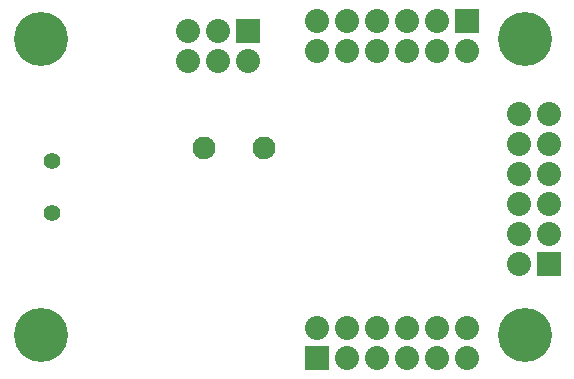
<source format=gbs>
G04 (created by PCBNEW-RS274X (2011-11-27 BZR 3249)-stable) date 10/09/2012 4:48:29 p.m.*
G01*
G70*
G90*
%MOIN*%
G04 Gerber Fmt 3.4, Leading zero omitted, Abs format*
%FSLAX34Y34*%
G04 APERTURE LIST*
%ADD10C,0.006000*%
%ADD11R,0.080000X0.080000*%
%ADD12C,0.080000*%
%ADD13C,0.055400*%
%ADD14C,0.076000*%
%ADD15C,0.180000*%
G04 APERTURE END LIST*
G54D10*
G54D11*
X48296Y-28877D03*
G54D12*
X47296Y-28877D03*
X48296Y-27877D03*
X47296Y-27877D03*
X48296Y-26877D03*
X47296Y-26877D03*
X48296Y-25877D03*
X47296Y-25877D03*
X48296Y-24877D03*
X47296Y-24877D03*
X48296Y-23877D03*
X47296Y-23877D03*
G54D13*
X31760Y-27161D03*
X31760Y-25429D03*
G54D11*
X40571Y-31995D03*
G54D12*
X40571Y-30995D03*
X41571Y-31995D03*
X41571Y-30995D03*
X42571Y-31995D03*
X42571Y-30995D03*
X43571Y-31995D03*
X43571Y-30995D03*
X44571Y-31995D03*
X44571Y-30995D03*
X45571Y-31995D03*
X45571Y-30995D03*
G54D11*
X45571Y-20759D03*
G54D12*
X45571Y-21759D03*
X44571Y-20759D03*
X44571Y-21759D03*
X43571Y-20759D03*
X43571Y-21759D03*
X42571Y-20759D03*
X42571Y-21759D03*
X41571Y-20759D03*
X41571Y-21759D03*
X40571Y-20759D03*
X40571Y-21759D03*
G54D11*
X38272Y-21110D03*
G54D12*
X38272Y-22110D03*
X37272Y-21110D03*
X37272Y-22110D03*
X36272Y-21110D03*
X36272Y-22110D03*
G54D14*
X36823Y-24995D03*
X38823Y-24995D03*
G54D15*
X47508Y-31216D03*
X31366Y-21374D03*
X47508Y-21374D03*
X31366Y-31216D03*
M02*

</source>
